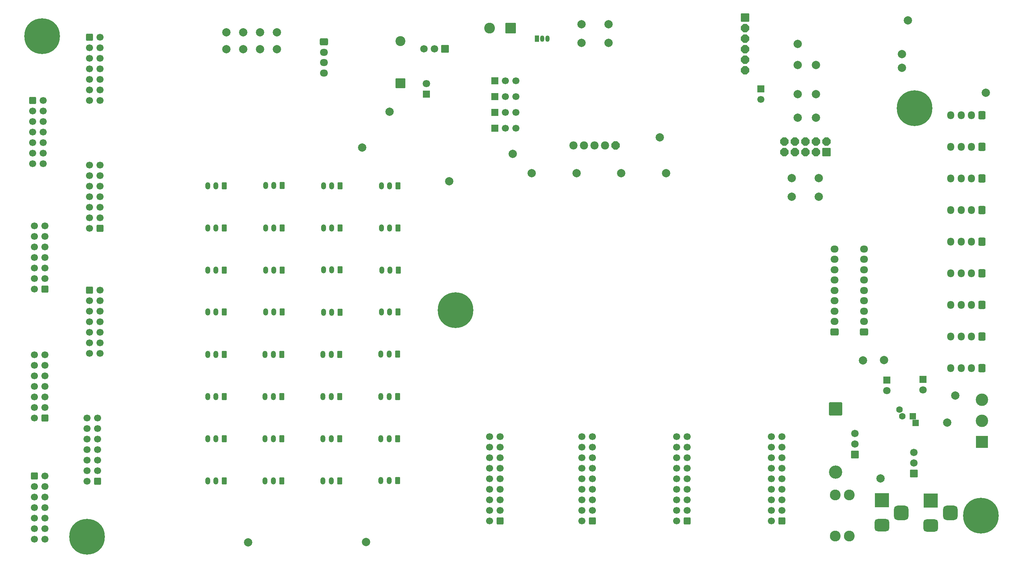
<source format=gbr>
%TF.GenerationSoftware,KiCad,Pcbnew,9.0.3*%
%TF.CreationDate,2025-09-20T15:07:24-06:00*%
%TF.ProjectId,Main Board,4d61696e-2042-46f6-9172-642e6b696361,rev?*%
%TF.SameCoordinates,Original*%
%TF.FileFunction,Soldermask,Bot*%
%TF.FilePolarity,Negative*%
%FSLAX46Y46*%
G04 Gerber Fmt 4.6, Leading zero omitted, Abs format (unit mm)*
G04 Created by KiCad (PCBNEW 9.0.3) date 2025-09-20 15:07:24*
%MOMM*%
%LPD*%
G01*
G04 APERTURE LIST*
G04 Aperture macros list*
%AMRoundRect*
0 Rectangle with rounded corners*
0 $1 Rounding radius*
0 $2 $3 $4 $5 $6 $7 $8 $9 X,Y pos of 4 corners*
0 Add a 4 corners polygon primitive as box body*
4,1,4,$2,$3,$4,$5,$6,$7,$8,$9,$2,$3,0*
0 Add four circle primitives for the rounded corners*
1,1,$1+$1,$2,$3*
1,1,$1+$1,$4,$5*
1,1,$1+$1,$6,$7*
1,1,$1+$1,$8,$9*
0 Add four rect primitives between the rounded corners*
20,1,$1+$1,$2,$3,$4,$5,0*
20,1,$1+$1,$4,$5,$6,$7,0*
20,1,$1+$1,$6,$7,$8,$9,0*
20,1,$1+$1,$8,$9,$2,$3,0*%
%AMFreePoly0*
4,1,25,0.427955,0.971196,0.440078,0.960842,0.960842,0.440078,0.989349,0.384130,0.990600,0.368236,0.990600,-0.368236,0.971196,-0.427955,0.960842,-0.440078,0.440078,-0.960842,0.384130,-0.989349,0.368236,-0.990600,-0.368236,-0.990600,-0.427955,-0.971196,-0.440078,-0.960842,-0.960842,-0.440078,-0.989349,-0.384130,-0.990600,-0.368236,-0.990600,0.368236,-0.971196,0.427955,-0.960842,0.440078,
-0.440078,0.960842,-0.384130,0.989349,-0.368236,0.990600,0.368236,0.990600,0.427955,0.971196,0.427955,0.971196,$1*%
G04 Aperture macros list end*
%ADD10RoundRect,0.250000X0.350000X0.625000X-0.350000X0.625000X-0.350000X-0.625000X0.350000X-0.625000X0*%
%ADD11O,1.200000X1.750000*%
%ADD12C,2.000000*%
%ADD13RoundRect,0.250000X0.550000X0.550000X-0.550000X0.550000X-0.550000X-0.550000X0.550000X-0.550000X0*%
%ADD14C,1.600000*%
%ADD15RoundRect,0.250000X0.600000X0.600000X-0.600000X0.600000X-0.600000X-0.600000X0.600000X-0.600000X0*%
%ADD16C,1.700000*%
%ADD17RoundRect,0.102000X0.802500X0.802500X-0.802500X0.802500X-0.802500X-0.802500X0.802500X-0.802500X0*%
%ADD18C,1.809000*%
%ADD19R,3.000000X3.000000*%
%ADD20C,3.000000*%
%ADD21FreePoly0,270.000000*%
%ADD22RoundRect,0.101600X-0.889000X0.889000X-0.889000X-0.889000X0.889000X-0.889000X0.889000X0.889000X0*%
%ADD23R,1.800000X1.800000*%
%ADD24C,1.800000*%
%ADD25RoundRect,0.250000X0.600000X0.725000X-0.600000X0.725000X-0.600000X-0.725000X0.600000X-0.725000X0*%
%ADD26O,1.700000X1.950000*%
%ADD27RoundRect,0.250000X-1.350000X1.350000X-1.350000X-1.350000X1.350000X-1.350000X1.350000X1.350000X0*%
%ADD28C,3.200000*%
%ADD29RoundRect,0.250000X0.725000X-0.600000X0.725000X0.600000X-0.725000X0.600000X-0.725000X-0.600000X0*%
%ADD30O,1.950000X1.700000*%
%ADD31RoundRect,0.250000X-0.600000X-0.600000X0.600000X-0.600000X0.600000X0.600000X-0.600000X0.600000X0*%
%ADD32R,1.700000X1.700000*%
%ADD33R,3.500000X3.500000*%
%ADD34RoundRect,0.750000X1.000000X-0.750000X1.000000X0.750000X-1.000000X0.750000X-1.000000X-0.750000X0*%
%ADD35RoundRect,0.875000X0.875000X-0.875000X0.875000X0.875000X-0.875000X0.875000X-0.875000X-0.875000X0*%
%ADD36RoundRect,0.250000X1.050000X1.050000X-1.050000X1.050000X-1.050000X-1.050000X1.050000X-1.050000X0*%
%ADD37C,2.600000*%
%ADD38C,8.600000*%
%ADD39RoundRect,0.102000X0.802500X-0.802500X0.802500X0.802500X-0.802500X0.802500X-0.802500X-0.802500X0*%
%ADD40C,2.604000*%
%ADD41R,1.050000X1.500000*%
%ADD42O,1.050000X1.500000*%
%ADD43RoundRect,0.250000X-0.725000X0.600000X-0.725000X-0.600000X0.725000X-0.600000X0.725000X0.600000X0*%
%ADD44RoundRect,0.250001X0.949999X-0.949999X0.949999X0.949999X-0.949999X0.949999X-0.949999X-0.949999X0*%
%ADD45C,2.400000*%
%ADD46C,1.981200*%
%ADD47FreePoly0,180.000000*%
%ADD48RoundRect,0.101600X0.889000X0.889000X-0.889000X0.889000X-0.889000X-0.889000X0.889000X-0.889000X0*%
G04 APERTURE END LIST*
D10*
%TO.C,J19*%
X109315000Y-94530000D03*
D11*
X107315000Y-94530000D03*
X105315000Y-94530000D03*
%TD*%
D10*
%TO.C,J16*%
X123285000Y-74210000D03*
D11*
X121285000Y-74210000D03*
X119285000Y-74210000D03*
%TD*%
D10*
%TO.C,J23*%
X81375000Y-94445000D03*
D11*
X79375000Y-94445000D03*
X77375000Y-94445000D03*
%TD*%
D12*
%TO.C,TP14*%
X186436000Y-52324000D03*
%TD*%
%TO.C,TP9*%
X219710000Y-41910000D03*
%TD*%
D10*
%TO.C,J40*%
X109220000Y-125010000D03*
D11*
X107220000Y-125010000D03*
X105220000Y-125010000D03*
%TD*%
D10*
%TO.C,J38*%
X109220000Y-135170000D03*
D11*
X107220000Y-135170000D03*
X105220000Y-135170000D03*
%TD*%
D12*
%TO.C,TP27*%
X235458000Y-106146600D03*
%TD*%
D13*
%TO.C,C80*%
X248143137Y-121157800D03*
X247472200Y-119557800D03*
D14*
X244972200Y-119557800D03*
X244301263Y-117957800D03*
%TD*%
D12*
%TO.C,SW2*%
X167565000Y-25055000D03*
X174065000Y-25055000D03*
X167565000Y-29555000D03*
X174065000Y-29555000D03*
%TD*%
D15*
%TO.C,J47*%
X170180000Y-144780000D03*
D16*
X167640000Y-144780000D03*
X170180000Y-142240000D03*
X167640000Y-142240000D03*
X170180000Y-139700000D03*
X167640000Y-139700000D03*
X170180000Y-137160000D03*
X167640000Y-137160000D03*
X170180000Y-134620000D03*
X167640000Y-134620000D03*
X170180000Y-132080000D03*
X167640000Y-132080000D03*
X170180000Y-129540000D03*
X167640000Y-129540000D03*
X170180000Y-127000000D03*
X167640000Y-127000000D03*
X170180000Y-124460000D03*
X167640000Y-124460000D03*
%TD*%
D12*
%TO.C,TP15*%
X244906800Y-35610800D03*
%TD*%
D10*
%TO.C,J32*%
X95250000Y-114850000D03*
D11*
X93250000Y-114850000D03*
X91250000Y-114850000D03*
%TD*%
D12*
%TO.C,TP1*%
X94065000Y-31115000D03*
%TD*%
D17*
%TO.C,PS1*%
X134620000Y-30985000D03*
D18*
X132080000Y-30985000D03*
X129540000Y-30985000D03*
%TD*%
D10*
%TO.C,J33*%
X81375000Y-125010000D03*
D11*
X79375000Y-125010000D03*
X77375000Y-125010000D03*
%TD*%
D12*
%TO.C,TP20*%
X224155000Y-47625000D03*
%TD*%
D19*
%TO.C,J88*%
X264160000Y-125730000D03*
D20*
X264160000Y-120650000D03*
X264160000Y-115570000D03*
%TD*%
D10*
%TO.C,J34*%
X95250000Y-125010000D03*
D11*
X93250000Y-125010000D03*
X91250000Y-125010000D03*
%TD*%
D21*
%TO.C,J1*%
X207010000Y-26035000D03*
D22*
X207010000Y-23495000D03*
D21*
X207010000Y-36195000D03*
X207010000Y-33655000D03*
X207010000Y-31115000D03*
X207010000Y-28575000D03*
%TD*%
D12*
%TO.C,TP5*%
X85965000Y-31115000D03*
%TD*%
%TO.C,TP13*%
X224155000Y-41910000D03*
%TD*%
D10*
%TO.C,J25*%
X81375000Y-64050000D03*
D11*
X79375000Y-64050000D03*
X77375000Y-64050000D03*
%TD*%
D23*
%TO.C,D97*%
X249936000Y-110713600D03*
D24*
X249936000Y-113253600D03*
%TD*%
D23*
%TO.C,D98*%
X130175000Y-41915000D03*
D24*
X130175000Y-39375000D03*
%TD*%
D12*
%TO.C,TP22*%
X155575000Y-60960000D03*
%TD*%
D25*
%TO.C,J95*%
X264160000Y-107950000D03*
D26*
X261660000Y-107950000D03*
X259160000Y-107950000D03*
X256660000Y-107950000D03*
%TD*%
D27*
%TO.C,D101*%
X228900000Y-117780000D03*
D28*
X228900000Y-133020000D03*
%TD*%
D25*
%TO.C,J85*%
X264160000Y-69850000D03*
D26*
X261660000Y-69850000D03*
X259160000Y-69850000D03*
X256660000Y-69850000D03*
%TD*%
D29*
%TO.C,J98*%
X235712000Y-99248000D03*
D30*
X235712000Y-96748000D03*
X235712000Y-94248000D03*
X235712000Y-91748000D03*
X235712000Y-89248000D03*
X235712000Y-86748000D03*
X235712000Y-84248000D03*
X235712000Y-81748000D03*
X235712000Y-79248000D03*
%TD*%
D12*
%TO.C,TP28*%
X115570000Y-149910800D03*
%TD*%
%TO.C,TP3*%
X90015000Y-31115000D03*
%TD*%
D23*
%TO.C,D99*%
X241198400Y-110891400D03*
D24*
X241198400Y-113431400D03*
%TD*%
D10*
%TO.C,J15*%
X109315000Y-74210000D03*
D11*
X107315000Y-74210000D03*
X105315000Y-74210000D03*
%TD*%
D31*
%TO.C,J12*%
X35560000Y-133985000D03*
D16*
X38100000Y-133985000D03*
X35560000Y-136525000D03*
X38100000Y-136525000D03*
X35560000Y-139065000D03*
X38100000Y-139065000D03*
X35560000Y-141605000D03*
X38100000Y-141605000D03*
X35560000Y-144145000D03*
X38100000Y-144145000D03*
X35560000Y-146685000D03*
X38100000Y-146685000D03*
X35560000Y-149225000D03*
X38100000Y-149225000D03*
%TD*%
D12*
%TO.C,TP21*%
X187960000Y-60960000D03*
%TD*%
D10*
%TO.C,J31*%
X81375000Y-114850000D03*
D11*
X79375000Y-114850000D03*
X77375000Y-114850000D03*
%TD*%
D12*
%TO.C,TP31*%
X239725200Y-134569200D03*
%TD*%
%TO.C,TP17*%
X244856000Y-32308800D03*
%TD*%
D32*
%TO.C,J89*%
X146685000Y-46355000D03*
D16*
X149225000Y-46355000D03*
X151765000Y-46355000D03*
%TD*%
D29*
%TO.C,J97*%
X228600000Y-99248000D03*
D30*
X228600000Y-96748000D03*
X228600000Y-94248000D03*
X228600000Y-91748000D03*
X228600000Y-89248000D03*
X228600000Y-86748000D03*
X228600000Y-84248000D03*
X228600000Y-81748000D03*
X228600000Y-79248000D03*
%TD*%
D32*
%TO.C,J90*%
X146685000Y-50165000D03*
D16*
X149225000Y-50165000D03*
X151765000Y-50165000D03*
%TD*%
D12*
%TO.C,TP6*%
X85965000Y-27065000D03*
%TD*%
D33*
%TO.C,J99*%
X240037700Y-139846800D03*
D34*
X240037700Y-145846800D03*
D35*
X244737700Y-142846800D03*
%TD*%
D10*
%TO.C,J37*%
X123190000Y-135085000D03*
D11*
X121190000Y-135085000D03*
X119190000Y-135085000D03*
%TD*%
D12*
%TO.C,SW1*%
X218290000Y-62175000D03*
X224790000Y-62175000D03*
X218290000Y-66675000D03*
X224790000Y-66675000D03*
%TD*%
%TO.C,TP12*%
X219710000Y-29845000D03*
%TD*%
%TO.C,TP7*%
X81915000Y-31115000D03*
%TD*%
D15*
%TO.C,J103*%
X215900000Y-144780000D03*
D16*
X213360000Y-144780000D03*
X215900000Y-142240000D03*
X213360000Y-142240000D03*
X215900000Y-139700000D03*
X213360000Y-139700000D03*
X215900000Y-137160000D03*
X213360000Y-137160000D03*
X215900000Y-134620000D03*
X213360000Y-134620000D03*
X215900000Y-132080000D03*
X213360000Y-132080000D03*
X215900000Y-129540000D03*
X213360000Y-129540000D03*
X215900000Y-127000000D03*
X213360000Y-127000000D03*
X215900000Y-124460000D03*
X213360000Y-124460000D03*
%TD*%
D10*
%TO.C,J41*%
X123190000Y-114850000D03*
D11*
X121190000Y-114850000D03*
X119190000Y-114850000D03*
%TD*%
D10*
%TO.C,J24*%
X95345000Y-94445000D03*
D11*
X93345000Y-94445000D03*
X91345000Y-94445000D03*
%TD*%
D32*
%TO.C,J45*%
X210820000Y-40635000D03*
D16*
X210820000Y-43175000D03*
%TD*%
D36*
%TO.C,J102*%
X150495000Y-26035000D03*
D37*
X145415000Y-26035000D03*
%TD*%
D10*
%TO.C,J17*%
X109315000Y-84285000D03*
D11*
X107315000Y-84285000D03*
X105315000Y-84285000D03*
%TD*%
D25*
%TO.C,J87*%
X264160000Y-85090000D03*
D26*
X261660000Y-85090000D03*
X259160000Y-85090000D03*
X256660000Y-85090000D03*
%TD*%
D33*
%TO.C,J49*%
X251841000Y-139877800D03*
D34*
X251841000Y-145877800D03*
D35*
X256541000Y-142877800D03*
%TD*%
D12*
%TO.C,TP26*%
X114655600Y-54762400D03*
%TD*%
D25*
%TO.C,J94*%
X264160000Y-100330000D03*
D26*
X261660000Y-100330000D03*
X259160000Y-100330000D03*
X256660000Y-100330000D03*
%TD*%
D10*
%TO.C,J22*%
X95345000Y-84370000D03*
D11*
X93345000Y-84370000D03*
X91345000Y-84370000D03*
%TD*%
D12*
%TO.C,TP4*%
X90015000Y-27065000D03*
%TD*%
%TO.C,TP10*%
X224155000Y-34925000D03*
%TD*%
D25*
%TO.C,J4*%
X264160000Y-62230000D03*
D26*
X261660000Y-62230000D03*
X259160000Y-62230000D03*
X256660000Y-62230000D03*
%TD*%
D25*
%TO.C,J2*%
X264160000Y-46990000D03*
D26*
X261660000Y-46990000D03*
X259160000Y-46990000D03*
X256660000Y-46990000D03*
%TD*%
D12*
%TO.C,TP29*%
X87172800Y-149961600D03*
%TD*%
D15*
%TO.C,J10*%
X38100000Y-120015000D03*
D16*
X35560000Y-120015000D03*
X38100000Y-117475000D03*
X35560000Y-117475000D03*
X38100000Y-114935000D03*
X35560000Y-114935000D03*
X38100000Y-112395000D03*
X35560000Y-112395000D03*
X38100000Y-109855000D03*
X35560000Y-109855000D03*
X38100000Y-107315000D03*
X35560000Y-107315000D03*
X38100000Y-104775000D03*
X35560000Y-104775000D03*
%TD*%
D12*
%TO.C,TP16*%
X246329200Y-24130000D03*
%TD*%
D38*
%TO.C,H4*%
X247904000Y-45339000D03*
%TD*%
D15*
%TO.C,J11*%
X50800000Y-135255000D03*
D16*
X48260000Y-135255000D03*
X50800000Y-132715000D03*
X48260000Y-132715000D03*
X50800000Y-130175000D03*
X48260000Y-130175000D03*
X50800000Y-127635000D03*
X48260000Y-127635000D03*
X50800000Y-125095000D03*
X48260000Y-125095000D03*
X50800000Y-122555000D03*
X48260000Y-122555000D03*
X50800000Y-120015000D03*
X48260000Y-120015000D03*
%TD*%
D10*
%TO.C,J44*%
X109220000Y-104690000D03*
D11*
X107220000Y-104690000D03*
X105220000Y-104690000D03*
%TD*%
D10*
%TO.C,J43*%
X123190000Y-104605000D03*
D11*
X121190000Y-104605000D03*
X119190000Y-104605000D03*
%TD*%
D10*
%TO.C,J13*%
X109315000Y-64050000D03*
D11*
X107315000Y-64050000D03*
X105315000Y-64050000D03*
%TD*%
D31*
%TO.C,J5*%
X48885000Y-28220000D03*
D16*
X51425000Y-28220000D03*
X48885000Y-30760000D03*
X51425000Y-30760000D03*
X48885000Y-33300000D03*
X51425000Y-33300000D03*
X48885000Y-35840000D03*
X51425000Y-35840000D03*
X48885000Y-38380000D03*
X51425000Y-38380000D03*
X48885000Y-40920000D03*
X51425000Y-40920000D03*
X48885000Y-43460000D03*
X51425000Y-43460000D03*
%TD*%
D12*
%TO.C,TP18*%
X265074400Y-41605200D03*
%TD*%
D39*
%TO.C,PS3*%
X247775000Y-133350000D03*
D18*
X247775000Y-130810000D03*
X247775000Y-128270000D03*
%TD*%
D40*
%TO.C,F1*%
X228805000Y-148470000D03*
X228805000Y-138550000D03*
X232205000Y-148470000D03*
X232205000Y-138550000D03*
%TD*%
D38*
%TO.C,H3*%
X263956800Y-143560800D03*
%TD*%
D12*
%TO.C,TP30*%
X257708400Y-114554000D03*
%TD*%
D41*
%TO.C,Q2*%
X156845000Y-28575000D03*
D42*
X158115000Y-28575000D03*
X159385000Y-28575000D03*
%TD*%
D38*
%TO.C,H2*%
X48260000Y-148590000D03*
%TD*%
D10*
%TO.C,J35*%
X81375000Y-135170000D03*
D11*
X79375000Y-135170000D03*
X77375000Y-135170000D03*
%TD*%
D39*
%TO.C,PS2*%
X233551000Y-128778000D03*
D18*
X233551000Y-126238000D03*
X233551000Y-123698000D03*
%TD*%
D10*
%TO.C,J28*%
X81375000Y-74210000D03*
D11*
X79375000Y-74210000D03*
X77375000Y-74210000D03*
%TD*%
D25*
%TO.C,J86*%
X264160000Y-77470000D03*
D26*
X261660000Y-77470000D03*
X259160000Y-77470000D03*
X256660000Y-77470000D03*
%TD*%
D25*
%TO.C,J3*%
X264160000Y-54610000D03*
D26*
X261660000Y-54610000D03*
X259160000Y-54610000D03*
X256660000Y-54610000D03*
%TD*%
D10*
%TO.C,J36*%
X95250000Y-135170000D03*
D11*
X93250000Y-135170000D03*
X91250000Y-135170000D03*
%TD*%
D31*
%TO.C,J9*%
X48885000Y-89180000D03*
D16*
X51425000Y-89180000D03*
X48885000Y-91720000D03*
X51425000Y-91720000D03*
X48885000Y-94260000D03*
X51425000Y-94260000D03*
X48885000Y-96800000D03*
X51425000Y-96800000D03*
X48885000Y-99340000D03*
X51425000Y-99340000D03*
X48885000Y-101880000D03*
X51425000Y-101880000D03*
X48885000Y-104420000D03*
X51425000Y-104420000D03*
%TD*%
D38*
%TO.C,H1*%
X37465000Y-27940000D03*
%TD*%
D10*
%TO.C,J42*%
X109220000Y-114850000D03*
D11*
X107220000Y-114850000D03*
X105220000Y-114850000D03*
%TD*%
D31*
%TO.C,J6*%
X35175000Y-43460000D03*
D16*
X37715000Y-43460000D03*
X35175000Y-46000000D03*
X37715000Y-46000000D03*
X35175000Y-48540000D03*
X37715000Y-48540000D03*
X35175000Y-51080000D03*
X37715000Y-51080000D03*
X35175000Y-53620000D03*
X37715000Y-53620000D03*
X35175000Y-56160000D03*
X37715000Y-56160000D03*
X35175000Y-58700000D03*
X37715000Y-58700000D03*
%TD*%
D25*
%TO.C,J93*%
X264160000Y-92710000D03*
D26*
X261660000Y-92710000D03*
X259160000Y-92710000D03*
X256660000Y-92710000D03*
%TD*%
D12*
%TO.C,TP33*%
X240588800Y-106045000D03*
%TD*%
D10*
%TO.C,J14*%
X123285000Y-64050000D03*
D11*
X121285000Y-64050000D03*
X119285000Y-64050000D03*
%TD*%
D12*
%TO.C,TP8*%
X81915000Y-27065000D03*
%TD*%
D10*
%TO.C,J26*%
X95345000Y-63965000D03*
D11*
X93345000Y-63965000D03*
X91345000Y-63965000D03*
%TD*%
D15*
%TO.C,J48*%
X193040000Y-144780000D03*
D16*
X190500000Y-144780000D03*
X193040000Y-142240000D03*
X190500000Y-142240000D03*
X193040000Y-139700000D03*
X190500000Y-139700000D03*
X193040000Y-137160000D03*
X190500000Y-137160000D03*
X193040000Y-134620000D03*
X190500000Y-134620000D03*
X193040000Y-132080000D03*
X190500000Y-132080000D03*
X193040000Y-129540000D03*
X190500000Y-129540000D03*
X193040000Y-127000000D03*
X190500000Y-127000000D03*
X193040000Y-124460000D03*
X190500000Y-124460000D03*
%TD*%
D43*
%TO.C,J96*%
X105410000Y-29330000D03*
D30*
X105410000Y-31830000D03*
X105410000Y-34330000D03*
X105410000Y-36830000D03*
%TD*%
D44*
%TO.C,D100*%
X123900000Y-39280000D03*
D45*
X123900000Y-29120000D03*
%TD*%
D12*
%TO.C,TP32*%
X255778000Y-121107200D03*
%TD*%
D10*
%TO.C,J18*%
X123380000Y-84370000D03*
D11*
X121380000Y-84370000D03*
X119380000Y-84370000D03*
%TD*%
D15*
%TO.C,J7*%
X51435000Y-74295000D03*
D16*
X48895000Y-74295000D03*
X51435000Y-71755000D03*
X48895000Y-71755000D03*
X51435000Y-69215000D03*
X48895000Y-69215000D03*
X51435000Y-66675000D03*
X48895000Y-66675000D03*
X51435000Y-64135000D03*
X48895000Y-64135000D03*
X51435000Y-61595000D03*
X48895000Y-61595000D03*
X51435000Y-59055000D03*
X48895000Y-59055000D03*
%TD*%
D10*
%TO.C,J20*%
X123285000Y-94445000D03*
D11*
X121285000Y-94445000D03*
X119285000Y-94445000D03*
%TD*%
D10*
%TO.C,J39*%
X123190000Y-125010000D03*
D11*
X121190000Y-125010000D03*
X119190000Y-125010000D03*
%TD*%
D32*
%TO.C,J91*%
X146685000Y-38735000D03*
D16*
X149225000Y-38735000D03*
X151765000Y-38735000D03*
%TD*%
D15*
%TO.C,J8*%
X38100000Y-88900000D03*
D16*
X35560000Y-88900000D03*
X38100000Y-86360000D03*
X35560000Y-86360000D03*
X38100000Y-83820000D03*
X35560000Y-83820000D03*
X38100000Y-81280000D03*
X35560000Y-81280000D03*
X38100000Y-78740000D03*
X35560000Y-78740000D03*
X38100000Y-76200000D03*
X35560000Y-76200000D03*
X38100000Y-73660000D03*
X35560000Y-73660000D03*
%TD*%
D46*
%TO.C,J111*%
X168198800Y-54254400D03*
D47*
X175818800Y-54254400D03*
D46*
X173278800Y-54254400D03*
X165658800Y-54254400D03*
X170738800Y-54254400D03*
%TD*%
D47*
%TO.C,U22*%
X216535000Y-53340000D03*
X216535000Y-55880000D03*
D48*
X226695000Y-55880000D03*
D47*
X219075000Y-55880000D03*
X224155000Y-55880000D03*
X219075000Y-53340000D03*
X221615000Y-53340000D03*
X221615000Y-55880000D03*
X226695000Y-53340000D03*
X224155000Y-53340000D03*
%TD*%
D12*
%TO.C,TP23*%
X166370000Y-60960000D03*
%TD*%
%TO.C,TP2*%
X94065000Y-27065000D03*
%TD*%
D10*
%TO.C,J30*%
X95250000Y-104690000D03*
D11*
X93250000Y-104690000D03*
X91250000Y-104690000D03*
%TD*%
D10*
%TO.C,J29*%
X81375000Y-104690000D03*
D11*
X79375000Y-104690000D03*
X77375000Y-104690000D03*
%TD*%
D12*
%TO.C,TP11*%
X219710000Y-34925000D03*
%TD*%
D15*
%TO.C,J46*%
X147955000Y-144780000D03*
D16*
X145415000Y-144780000D03*
X147955000Y-142240000D03*
X145415000Y-142240000D03*
X147955000Y-139700000D03*
X145415000Y-139700000D03*
X147955000Y-137160000D03*
X145415000Y-137160000D03*
X147955000Y-134620000D03*
X145415000Y-134620000D03*
X147955000Y-132080000D03*
X145415000Y-132080000D03*
X147955000Y-129540000D03*
X145415000Y-129540000D03*
X147955000Y-127000000D03*
X145415000Y-127000000D03*
X147955000Y-124460000D03*
X145415000Y-124460000D03*
%TD*%
D38*
%TO.C,H5*%
X137160000Y-93980000D03*
%TD*%
D12*
%TO.C,TP34*%
X121259600Y-46126400D03*
%TD*%
D32*
%TO.C,J92*%
X146685000Y-42545000D03*
D16*
X149225000Y-42545000D03*
X151765000Y-42545000D03*
%TD*%
D10*
%TO.C,J21*%
X81375000Y-84370000D03*
D11*
X79375000Y-84370000D03*
X77375000Y-84370000D03*
%TD*%
D12*
%TO.C,TP35*%
X151000000Y-56300000D03*
%TD*%
%TO.C,TP19*%
X219710000Y-47625000D03*
%TD*%
%TO.C,TP25*%
X135636000Y-62941200D03*
%TD*%
D10*
%TO.C,J27*%
X95345000Y-74210000D03*
D11*
X93345000Y-74210000D03*
X91345000Y-74210000D03*
%TD*%
D12*
%TO.C,TP24*%
X177165000Y-60960000D03*
%TD*%
M02*

</source>
